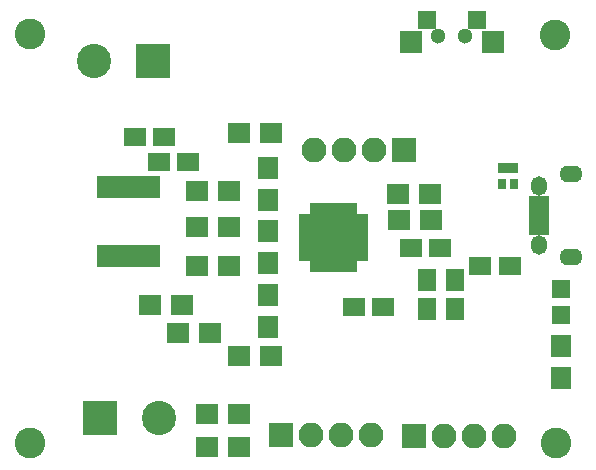
<source format=gbr>
G04 #@! TF.FileFunction,Soldermask,Top*
%FSLAX46Y46*%
G04 Gerber Fmt 4.6, Leading zero omitted, Abs format (unit mm)*
G04 Created by KiCad (PCBNEW 4.0.5) date 2017 February 05, Sunday 16:15:56*
%MOMM*%
%LPD*%
G01*
G04 APERTURE LIST*
%ADD10C,0.100000*%
%ADD11R,1.900000X1.900000*%
%ADD12C,1.300000*%
%ADD13R,1.600000X1.600000*%
%ADD14R,1.900000X1.700000*%
%ADD15R,2.100000X2.100000*%
%ADD16O,2.100000X2.100000*%
%ADD17R,2.900000X2.900000*%
%ADD18C,2.900000*%
%ADD19R,1.650000X1.900000*%
%ADD20R,1.900000X1.650000*%
%ADD21R,1.750000X0.800000*%
%ADD22O,1.350000X1.650000*%
%ADD23O,1.950000X1.400000*%
%ADD24R,1.700000X1.900000*%
%ADD25R,1.150000X0.700000*%
%ADD26R,0.700000X1.150000*%
%ADD27R,2.000000X2.000000*%
%ADD28R,0.699720X0.849580*%
%ADD29R,0.850000X1.900000*%
%ADD30C,2.600000*%
G04 APERTURE END LIST*
D10*
D11*
X95038500Y-98352700D03*
D12*
X99638500Y-97802700D03*
D13*
X96388500Y-96502700D03*
X100588500Y-96502700D03*
D12*
X97338500Y-97802700D03*
D11*
X101938500Y-98352700D03*
D14*
X83138000Y-106045000D03*
X80438000Y-106045000D03*
D15*
X84023200Y-131648200D03*
D16*
X86563200Y-131648200D03*
X89103200Y-131648200D03*
X91643200Y-131648200D03*
D17*
X73152000Y-99949000D03*
D18*
X68152000Y-99949000D03*
D19*
X98729800Y-118472900D03*
X98729800Y-120972900D03*
D20*
X92690000Y-120802400D03*
X90190000Y-120802400D03*
X95003300Y-115747800D03*
X97503300Y-115747800D03*
X73680000Y-108508800D03*
X76180000Y-108508800D03*
X71648000Y-106426000D03*
X74148000Y-106426000D03*
D19*
X96393000Y-118460200D03*
X96393000Y-120960200D03*
D13*
X107696000Y-119296000D03*
X107696000Y-121496000D03*
D20*
X103383400Y-117284500D03*
X100883400Y-117284500D03*
D15*
X95300800Y-131711700D03*
D16*
X97840800Y-131711700D03*
X100380800Y-131711700D03*
X102920800Y-131711700D03*
D15*
X94411800Y-107518200D03*
D16*
X91871800Y-107518200D03*
X89331800Y-107518200D03*
X86791800Y-107518200D03*
D21*
X105863400Y-114355400D03*
X105863400Y-113705400D03*
X105863400Y-113055400D03*
X105863400Y-112405400D03*
X105863400Y-111755400D03*
D22*
X105863400Y-115555400D03*
X105863400Y-110555400D03*
D23*
X108563400Y-116555400D03*
X108563400Y-109555400D03*
D17*
X68707000Y-130175000D03*
D18*
X73707000Y-130175000D03*
D24*
X82931000Y-114347000D03*
X82931000Y-117047000D03*
X82931000Y-109013000D03*
X82931000Y-111713000D03*
D14*
X83138000Y-124968000D03*
X80438000Y-124968000D03*
D24*
X82931000Y-119808000D03*
X82931000Y-122508000D03*
D14*
X96701600Y-113436400D03*
X94001600Y-113436400D03*
X96625400Y-111175800D03*
X93925400Y-111175800D03*
D24*
X107696000Y-124126000D03*
X107696000Y-126826000D03*
D14*
X77796400Y-132613400D03*
X80496400Y-132613400D03*
X72970400Y-120650000D03*
X75670400Y-120650000D03*
X77771000Y-129844800D03*
X80471000Y-129844800D03*
X75307200Y-122961400D03*
X78007200Y-122961400D03*
X79582000Y-114046000D03*
X76882000Y-114046000D03*
X79582000Y-110998000D03*
X76882000Y-110998000D03*
X79582000Y-117348000D03*
X76882000Y-117348000D03*
D25*
X86143200Y-113284600D03*
X86143200Y-113934600D03*
X86143200Y-114584600D03*
X86143200Y-115234600D03*
X86143200Y-115884600D03*
X86143200Y-116534600D03*
D26*
X86843200Y-117234600D03*
X87493200Y-117234600D03*
X88143200Y-117234600D03*
X88793200Y-117234600D03*
X89443200Y-117234600D03*
X90093200Y-117234600D03*
D25*
X90793200Y-116534600D03*
X90793200Y-115884600D03*
X90793200Y-115234600D03*
X90793200Y-114584600D03*
X90793200Y-113934600D03*
X90793200Y-113284600D03*
D26*
X90093200Y-112584600D03*
X89443200Y-112584600D03*
X88793200Y-112584600D03*
X88143200Y-112584600D03*
X87493200Y-112584600D03*
X86843200Y-112584600D03*
D27*
X89268200Y-115709600D03*
X89268200Y-114109600D03*
X87668200Y-115709600D03*
X87668200Y-114109600D03*
D28*
X103776780Y-108976160D03*
X102776020Y-108976160D03*
X103776780Y-110378240D03*
X103276400Y-108976160D03*
X102776020Y-110378240D03*
D29*
X68845000Y-116488000D03*
X69495000Y-116488000D03*
X70145000Y-116488000D03*
X70795000Y-116488000D03*
X71445000Y-116488000D03*
X72095000Y-116488000D03*
X72745000Y-116488000D03*
X73395000Y-116488000D03*
X73395000Y-110588000D03*
X72745000Y-110588000D03*
X72095000Y-110588000D03*
X71445000Y-110588000D03*
X70795000Y-110588000D03*
X70145000Y-110588000D03*
X69495000Y-110588000D03*
X68845000Y-110588000D03*
D30*
X62738000Y-132334000D03*
X62738000Y-97663000D03*
X107315000Y-132334000D03*
X107188000Y-97790000D03*
M02*

</source>
